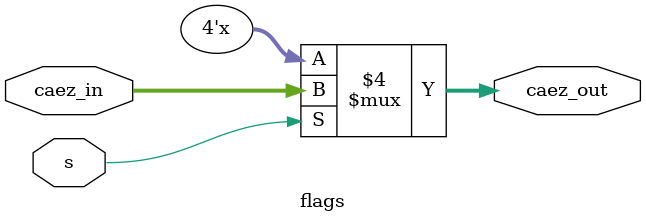
<source format=v>


`timescale 1ns / 1ps
module flags(
	input s,
	input [3:0] caez_in,
	output reg [3:0] caez_out = 4'h0
	);
	
	always @(*)
		if(s == 1'b1)
			caez_out <= caez_in;
	
endmodule
</source>
